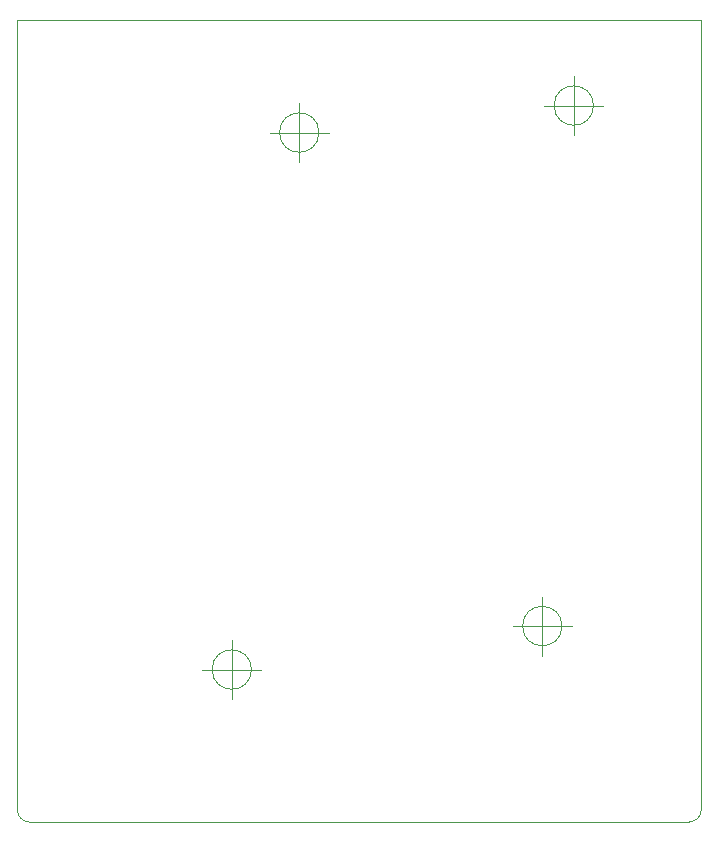
<source format=gbr>
G04 #@! TF.GenerationSoftware,KiCad,Pcbnew,(5.1.5)-3*
G04 #@! TF.CreationDate,2020-10-02T02:33:27-04:00*
G04 #@! TF.ProjectId,commodore-326173-01,636f6d6d-6f64-46f7-9265-2d3332363137,rev?*
G04 #@! TF.SameCoordinates,Original*
G04 #@! TF.FileFunction,Profile,NP*
%FSLAX46Y46*%
G04 Gerber Fmt 4.6, Leading zero omitted, Abs format (unit mm)*
G04 Created by KiCad (PCBNEW (5.1.5)-3) date 2020-10-02 02:33:27*
%MOMM*%
%LPD*%
G04 APERTURE LIST*
%ADD10C,0.050000*%
%ADD11C,0.025400*%
G04 APERTURE END LIST*
D10*
X159400666Y-131699000D02*
G75*
G03X159400666Y-131699000I-1666666J0D01*
G01*
X155234000Y-131699000D02*
X160234000Y-131699000D01*
X157734000Y-129199000D02*
X157734000Y-134199000D01*
X133111666Y-135382000D02*
G75*
G03X133111666Y-135382000I-1666666J0D01*
G01*
X128945000Y-135382000D02*
X133945000Y-135382000D01*
X131445000Y-132882000D02*
X131445000Y-137882000D01*
X162067666Y-87630000D02*
G75*
G03X162067666Y-87630000I-1666666J0D01*
G01*
X157901000Y-87630000D02*
X162901000Y-87630000D01*
X160401000Y-85130000D02*
X160401000Y-90130000D01*
X138826666Y-89916000D02*
G75*
G03X138826666Y-89916000I-1666666J0D01*
G01*
X134660000Y-89916000D02*
X139660000Y-89916000D01*
X137160000Y-87416000D02*
X137160000Y-92416000D01*
D11*
X114300000Y-148272500D02*
X170180000Y-148272500D01*
X113284000Y-80377500D02*
X113284000Y-147256500D01*
X171196000Y-80377500D02*
X171196000Y-147256500D01*
X114300000Y-148272500D02*
G75*
G02X113284000Y-147256500I0J1016000D01*
G01*
X113284000Y-80377500D02*
X171196000Y-80377500D01*
X170180000Y-148272500D02*
G75*
G03X171196000Y-147256500I0J1016000D01*
G01*
M02*

</source>
